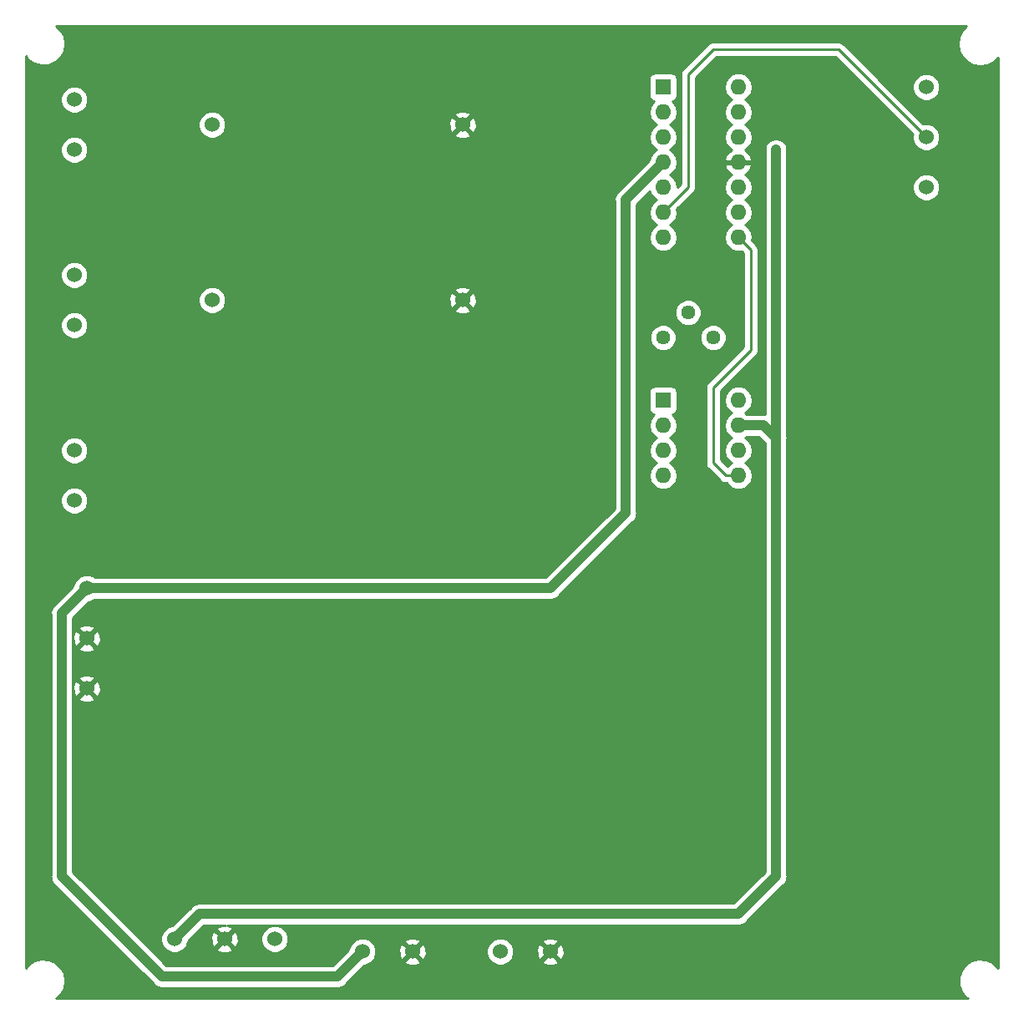
<source format=gbr>
G04 #@! TF.GenerationSoftware,KiCad,Pcbnew,(5.0.0)*
G04 #@! TF.CreationDate,2018-07-28T16:03:29+09:00*
G04 #@! TF.ProjectId,sensor-transducer,73656E736F722D7472616E7364756365,rev?*
G04 #@! TF.SameCoordinates,Original*
G04 #@! TF.FileFunction,Copper,L2,Bot,Signal*
G04 #@! TF.FilePolarity,Positive*
%FSLAX46Y46*%
G04 Gerber Fmt 4.6, Leading zero omitted, Abs format (unit mm)*
G04 Created by KiCad (PCBNEW (5.0.0)) date 07/28/18 16:03:29*
%MOMM*%
%LPD*%
G01*
G04 APERTURE LIST*
G04 #@! TA.AperFunction,ComponentPad*
%ADD10C,1.440000*%
G04 #@! TD*
G04 #@! TA.AperFunction,ComponentPad*
%ADD11C,1.524000*%
G04 #@! TD*
G04 #@! TA.AperFunction,ComponentPad*
%ADD12R,1.600000X1.600000*%
G04 #@! TD*
G04 #@! TA.AperFunction,ComponentPad*
%ADD13O,1.600000X1.600000*%
G04 #@! TD*
G04 #@! TA.AperFunction,ViaPad*
%ADD14C,0.600000*%
G04 #@! TD*
G04 #@! TA.AperFunction,Conductor*
%ADD15C,1.000000*%
G04 #@! TD*
G04 #@! TA.AperFunction,Conductor*
%ADD16C,0.250000*%
G04 #@! TD*
G04 #@! TA.AperFunction,Conductor*
%ADD17C,0.254000*%
G04 #@! TD*
G04 APERTURE END LIST*
D10*
G04 #@! TO.P,R1,1*
G04 #@! TO.N,Net-(R1-Pad1)*
X100330000Y-67310000D03*
G04 #@! TO.P,R1,2*
G04 #@! TO.N,Net-(R1-Pad2)*
X102870000Y-64770000D03*
G04 #@! TO.P,R1,3*
G04 #@! TO.N,N/C*
X105410000Y-67310000D03*
G04 #@! TD*
D11*
G04 #@! TO.P,R2,1*
G04 #@! TO.N,/PS1-*
X54610000Y-45720000D03*
G04 #@! TO.P,R2,2*
G04 #@! TO.N,GND*
X80010000Y-45720000D03*
G04 #@! TD*
G04 #@! TO.P,R3,1*
G04 #@! TO.N,/PS2-*
X54610000Y-63500000D03*
G04 #@! TO.P,R3,2*
G04 #@! TO.N,GND*
X80010000Y-63500000D03*
G04 #@! TD*
G04 #@! TO.P,U1,1*
G04 #@! TO.N,/24V+*
X40640000Y-43180000D03*
G04 #@! TO.P,U1,2*
G04 #@! TO.N,/PS1-*
X40640000Y-48260000D03*
G04 #@! TD*
G04 #@! TO.P,U2,1*
G04 #@! TO.N,/24V+*
X40640000Y-60960000D03*
G04 #@! TO.P,U2,2*
G04 #@! TO.N,/PS2-*
X40640000Y-66040000D03*
G04 #@! TD*
G04 #@! TO.P,U3,1*
G04 #@! TO.N,/LCSig-*
X40640000Y-78740000D03*
G04 #@! TO.P,U3,2*
G04 #@! TO.N,/LCSig+*
X40640000Y-83820000D03*
G04 #@! TD*
G04 #@! TO.P,U4,2*
G04 #@! TO.N,GND*
X41910000Y-97790000D03*
G04 #@! TO.P,U4,1*
G04 #@! TO.N,+12V*
X41910000Y-92710000D03*
G04 #@! TO.P,U4,3*
G04 #@! TO.N,GND*
X41910000Y-102870000D03*
G04 #@! TD*
D12*
G04 #@! TO.P,U5,1*
G04 #@! TO.N,Net-(R1-Pad1)*
X100330000Y-73660000D03*
D13*
G04 #@! TO.P,U5,5*
G04 #@! TO.N,/AD620Ref*
X107950000Y-81280000D03*
G04 #@! TO.P,U5,2*
G04 #@! TO.N,/LCSig-*
X100330000Y-76200000D03*
G04 #@! TO.P,U5,6*
G04 #@! TO.N,/LCout*
X107950000Y-78740000D03*
G04 #@! TO.P,U5,3*
G04 #@! TO.N,/LCSig+*
X100330000Y-78740000D03*
G04 #@! TO.P,U5,7*
G04 #@! TO.N,+5V*
X107950000Y-76200000D03*
G04 #@! TO.P,U5,4*
G04 #@! TO.N,-9VA*
X100330000Y-81280000D03*
G04 #@! TO.P,U5,8*
G04 #@! TO.N,Net-(R1-Pad2)*
X107950000Y-73660000D03*
G04 #@! TD*
D11*
G04 #@! TO.P,U6,1*
G04 #@! TO.N,/24V+*
X83820000Y-129540000D03*
G04 #@! TO.P,U6,2*
G04 #@! TO.N,GND*
X88900000Y-129540000D03*
G04 #@! TD*
G04 #@! TO.P,U7,1*
G04 #@! TO.N,+12V*
X69850000Y-129540000D03*
G04 #@! TO.P,U7,2*
G04 #@! TO.N,GND*
X74930000Y-129540000D03*
G04 #@! TD*
G04 #@! TO.P,U8,2*
G04 #@! TO.N,GND*
X55880000Y-128270000D03*
G04 #@! TO.P,U8,1*
G04 #@! TO.N,+5V*
X50800000Y-128270000D03*
G04 #@! TO.P,U8,3*
G04 #@! TO.N,-9VA*
X60960000Y-128270000D03*
G04 #@! TD*
D12*
G04 #@! TO.P,U9,1*
G04 #@! TO.N,/PS1out*
X100330000Y-41910000D03*
D13*
G04 #@! TO.P,U9,8*
G04 #@! TO.N,/AD620Ref*
X107950000Y-57150000D03*
G04 #@! TO.P,U9,2*
G04 #@! TO.N,/PS1out*
X100330000Y-44450000D03*
G04 #@! TO.P,U9,9*
G04 #@! TO.N,/AD620Ref*
X107950000Y-54610000D03*
G04 #@! TO.P,U9,3*
G04 #@! TO.N,/PS1-*
X100330000Y-46990000D03*
G04 #@! TO.P,U9,10*
G04 #@! TO.N,Net-(R6-Pad2)*
X107950000Y-52070000D03*
G04 #@! TO.P,U9,4*
G04 #@! TO.N,+12V*
X100330000Y-49530000D03*
G04 #@! TO.P,U9,11*
G04 #@! TO.N,GND*
X107950000Y-49530000D03*
G04 #@! TO.P,U9,5*
G04 #@! TO.N,/PS2-*
X100330000Y-52070000D03*
G04 #@! TO.P,U9,12*
G04 #@! TO.N,/floating*
X107950000Y-46990000D03*
G04 #@! TO.P,U9,6*
G04 #@! TO.N,/PS2out*
X100330000Y-54610000D03*
G04 #@! TO.P,U9,13*
G04 #@! TO.N,Net-(U9-Pad13)*
X107950000Y-44450000D03*
G04 #@! TO.P,U9,7*
G04 #@! TO.N,/PS2out*
X100330000Y-57150000D03*
G04 #@! TO.P,U9,14*
G04 #@! TO.N,Net-(U9-Pad13)*
X107950000Y-41910000D03*
G04 #@! TD*
D11*
G04 #@! TO.P,U10,2*
G04 #@! TO.N,/PS2out*
X127000000Y-46990000D03*
G04 #@! TO.P,U10,1*
G04 #@! TO.N,/PS1out*
X127000000Y-52070000D03*
G04 #@! TO.P,U10,3*
G04 #@! TO.N,/LCout*
X127000000Y-41910000D03*
G04 #@! TD*
D14*
G04 #@! TO.N,GND*
X118110000Y-71120000D03*
X114300000Y-62230000D03*
X64770000Y-54610000D03*
X64770000Y-72390000D03*
G04 #@! TO.N,+5V*
X111760000Y-48260000D03*
G04 #@! TD*
D15*
G04 #@! TO.N,+5V*
X111760000Y-77470000D02*
X111760000Y-48260000D01*
X111760000Y-121920000D02*
X111760000Y-77470000D01*
X50800000Y-128270000D02*
X53340000Y-125730000D01*
X107950000Y-125730000D02*
X53340000Y-125730000D01*
X111760000Y-121920000D02*
X107950000Y-125730000D01*
X110490000Y-76200000D02*
X111760000Y-77470000D01*
X110490000Y-76200000D02*
X107950000Y-76200000D01*
G04 #@! TO.N,+12V*
X96520000Y-53340000D02*
X100330000Y-49530000D01*
X96520000Y-85090000D02*
X96520000Y-53340000D01*
X88900000Y-92710000D02*
X96520000Y-85090000D01*
X41910000Y-92710000D02*
X88900000Y-92710000D01*
X69850000Y-129540000D02*
X67310000Y-132080000D01*
X39370000Y-95250000D02*
X41910000Y-92710000D01*
X39370000Y-121920000D02*
X39370000Y-95250000D01*
X49530000Y-132080000D02*
X39370000Y-121920000D01*
X67310000Y-132080000D02*
X49530000Y-132080000D01*
D16*
G04 #@! TO.N,/AD620Ref*
X107950000Y-81280000D02*
X106680000Y-81280000D01*
X109220000Y-58420000D02*
X107950000Y-57150000D01*
X109220000Y-68580000D02*
X109220000Y-58420000D01*
X105410000Y-72390000D02*
X109220000Y-68580000D01*
X105410000Y-80010000D02*
X105410000Y-72390000D01*
X106680000Y-81280000D02*
X105410000Y-80010000D01*
G04 #@! TO.N,/PS2out*
X100330000Y-54610000D02*
X102870000Y-52070000D01*
X118110000Y-38100000D02*
X127000000Y-46990000D01*
X105410000Y-38100000D02*
X118110000Y-38100000D01*
X102870000Y-40640000D02*
X105410000Y-38100000D01*
X102870000Y-52070000D02*
X102870000Y-40640000D01*
G04 #@! TD*
D17*
G04 #@! TO.N,GND*
G36*
X130630249Y-36141547D02*
X130301976Y-36785819D01*
X130188861Y-37500000D01*
X130301976Y-38214181D01*
X130630249Y-38858453D01*
X131141547Y-39369751D01*
X131785819Y-39698024D01*
X132500000Y-39811139D01*
X133214181Y-39698024D01*
X133858453Y-39369751D01*
X134290000Y-38938204D01*
X134290001Y-131194349D01*
X134240360Y-131105709D01*
X133694894Y-130617149D01*
X133020583Y-130331615D01*
X132290138Y-130279897D01*
X131582323Y-130467571D01*
X130973460Y-130874400D01*
X130529203Y-131456517D01*
X130297455Y-132151151D01*
X130303206Y-132883402D01*
X130545836Y-133574311D01*
X130999182Y-134149377D01*
X131216968Y-134290000D01*
X38804212Y-134290000D01*
X39262046Y-133866783D01*
X39609770Y-133222336D01*
X39730000Y-132500000D01*
X39729725Y-132464973D01*
X39598164Y-131744614D01*
X39240360Y-131105709D01*
X38694894Y-130617149D01*
X38020583Y-130331615D01*
X37290138Y-130279897D01*
X36582323Y-130467571D01*
X35973460Y-130874400D01*
X35710000Y-131219616D01*
X35710000Y-95250000D01*
X38212765Y-95250000D01*
X38235001Y-95361788D01*
X38235000Y-121808217D01*
X38212765Y-121920000D01*
X38235000Y-122031782D01*
X38300854Y-122362854D01*
X38551711Y-122738289D01*
X38646482Y-122801613D01*
X48648389Y-132803521D01*
X48711711Y-132898289D01*
X49087145Y-133149146D01*
X49530000Y-133237235D01*
X49641783Y-133215000D01*
X67198217Y-133215000D01*
X67310000Y-133237235D01*
X67421783Y-133215000D01*
X67752855Y-133149146D01*
X68128289Y-132898289D01*
X68191613Y-132803518D01*
X70058132Y-130937000D01*
X70127881Y-130937000D01*
X70641337Y-130724320D01*
X70845444Y-130520213D01*
X74129392Y-130520213D01*
X74198857Y-130762397D01*
X74722302Y-130949144D01*
X75277368Y-130921362D01*
X75661143Y-130762397D01*
X75730608Y-130520213D01*
X74930000Y-129719605D01*
X74129392Y-130520213D01*
X70845444Y-130520213D01*
X71034320Y-130331337D01*
X71247000Y-129817881D01*
X71247000Y-129332302D01*
X73520856Y-129332302D01*
X73548638Y-129887368D01*
X73707603Y-130271143D01*
X73949787Y-130340608D01*
X74750395Y-129540000D01*
X75109605Y-129540000D01*
X75910213Y-130340608D01*
X76152397Y-130271143D01*
X76339144Y-129747698D01*
X76314840Y-129262119D01*
X82423000Y-129262119D01*
X82423000Y-129817881D01*
X82635680Y-130331337D01*
X83028663Y-130724320D01*
X83542119Y-130937000D01*
X84097881Y-130937000D01*
X84611337Y-130724320D01*
X84815444Y-130520213D01*
X88099392Y-130520213D01*
X88168857Y-130762397D01*
X88692302Y-130949144D01*
X89247368Y-130921362D01*
X89631143Y-130762397D01*
X89700608Y-130520213D01*
X88900000Y-129719605D01*
X88099392Y-130520213D01*
X84815444Y-130520213D01*
X85004320Y-130331337D01*
X85217000Y-129817881D01*
X85217000Y-129332302D01*
X87490856Y-129332302D01*
X87518638Y-129887368D01*
X87677603Y-130271143D01*
X87919787Y-130340608D01*
X88720395Y-129540000D01*
X89079605Y-129540000D01*
X89880213Y-130340608D01*
X90122397Y-130271143D01*
X90309144Y-129747698D01*
X90281362Y-129192632D01*
X90122397Y-128808857D01*
X89880213Y-128739392D01*
X89079605Y-129540000D01*
X88720395Y-129540000D01*
X87919787Y-128739392D01*
X87677603Y-128808857D01*
X87490856Y-129332302D01*
X85217000Y-129332302D01*
X85217000Y-129262119D01*
X85004320Y-128748663D01*
X84815444Y-128559787D01*
X88099392Y-128559787D01*
X88900000Y-129360395D01*
X89700608Y-128559787D01*
X89631143Y-128317603D01*
X89107698Y-128130856D01*
X88552632Y-128158638D01*
X88168857Y-128317603D01*
X88099392Y-128559787D01*
X84815444Y-128559787D01*
X84611337Y-128355680D01*
X84097881Y-128143000D01*
X83542119Y-128143000D01*
X83028663Y-128355680D01*
X82635680Y-128748663D01*
X82423000Y-129262119D01*
X76314840Y-129262119D01*
X76311362Y-129192632D01*
X76152397Y-128808857D01*
X75910213Y-128739392D01*
X75109605Y-129540000D01*
X74750395Y-129540000D01*
X73949787Y-128739392D01*
X73707603Y-128808857D01*
X73520856Y-129332302D01*
X71247000Y-129332302D01*
X71247000Y-129262119D01*
X71034320Y-128748663D01*
X70845444Y-128559787D01*
X74129392Y-128559787D01*
X74930000Y-129360395D01*
X75730608Y-128559787D01*
X75661143Y-128317603D01*
X75137698Y-128130856D01*
X74582632Y-128158638D01*
X74198857Y-128317603D01*
X74129392Y-128559787D01*
X70845444Y-128559787D01*
X70641337Y-128355680D01*
X70127881Y-128143000D01*
X69572119Y-128143000D01*
X69058663Y-128355680D01*
X68665680Y-128748663D01*
X68453000Y-129262119D01*
X68453000Y-129331868D01*
X66839869Y-130945000D01*
X50000132Y-130945000D01*
X47047251Y-127992119D01*
X49403000Y-127992119D01*
X49403000Y-128547881D01*
X49615680Y-129061337D01*
X50008663Y-129454320D01*
X50522119Y-129667000D01*
X51077881Y-129667000D01*
X51591337Y-129454320D01*
X51795444Y-129250213D01*
X55079392Y-129250213D01*
X55148857Y-129492397D01*
X55672302Y-129679144D01*
X56227368Y-129651362D01*
X56611143Y-129492397D01*
X56680608Y-129250213D01*
X55880000Y-128449605D01*
X55079392Y-129250213D01*
X51795444Y-129250213D01*
X51984320Y-129061337D01*
X52197000Y-128547881D01*
X52197000Y-128478131D01*
X52612829Y-128062302D01*
X54470856Y-128062302D01*
X54498638Y-128617368D01*
X54657603Y-129001143D01*
X54899787Y-129070608D01*
X55700395Y-128270000D01*
X56059605Y-128270000D01*
X56860213Y-129070608D01*
X57102397Y-129001143D01*
X57289144Y-128477698D01*
X57264840Y-127992119D01*
X59563000Y-127992119D01*
X59563000Y-128547881D01*
X59775680Y-129061337D01*
X60168663Y-129454320D01*
X60682119Y-129667000D01*
X61237881Y-129667000D01*
X61751337Y-129454320D01*
X62144320Y-129061337D01*
X62357000Y-128547881D01*
X62357000Y-127992119D01*
X62144320Y-127478663D01*
X61751337Y-127085680D01*
X61237881Y-126873000D01*
X60682119Y-126873000D01*
X60168663Y-127085680D01*
X59775680Y-127478663D01*
X59563000Y-127992119D01*
X57264840Y-127992119D01*
X57261362Y-127922632D01*
X57102397Y-127538857D01*
X56860213Y-127469392D01*
X56059605Y-128270000D01*
X55700395Y-128270000D01*
X54899787Y-127469392D01*
X54657603Y-127538857D01*
X54470856Y-128062302D01*
X52612829Y-128062302D01*
X53810132Y-126865000D01*
X56004904Y-126865000D01*
X55532632Y-126888638D01*
X55148857Y-127047603D01*
X55079392Y-127289787D01*
X55880000Y-128090395D01*
X56680608Y-127289787D01*
X56611143Y-127047603D01*
X56099313Y-126865000D01*
X107838217Y-126865000D01*
X107950000Y-126887235D01*
X108061783Y-126865000D01*
X108392855Y-126799146D01*
X108768289Y-126548289D01*
X108831613Y-126453518D01*
X112483522Y-122801610D01*
X112578289Y-122738289D01*
X112829146Y-122362855D01*
X112895000Y-122031783D01*
X112895000Y-122031782D01*
X112917235Y-121920000D01*
X112895000Y-121808217D01*
X112895000Y-77581782D01*
X112917235Y-77469999D01*
X112895000Y-77358216D01*
X112895000Y-51792119D01*
X125603000Y-51792119D01*
X125603000Y-52347881D01*
X125815680Y-52861337D01*
X126208663Y-53254320D01*
X126722119Y-53467000D01*
X127277881Y-53467000D01*
X127791337Y-53254320D01*
X128184320Y-52861337D01*
X128397000Y-52347881D01*
X128397000Y-51792119D01*
X128184320Y-51278663D01*
X127791337Y-50885680D01*
X127277881Y-50673000D01*
X126722119Y-50673000D01*
X126208663Y-50885680D01*
X125815680Y-51278663D01*
X125603000Y-51792119D01*
X112895000Y-51792119D01*
X112895000Y-48148217D01*
X112829146Y-47817145D01*
X112578289Y-47441711D01*
X112202855Y-47190854D01*
X111760000Y-47102765D01*
X111317146Y-47190854D01*
X110941712Y-47441711D01*
X110690855Y-47817145D01*
X110625001Y-48148217D01*
X110625000Y-75069618D01*
X110601783Y-75065000D01*
X110490000Y-75042765D01*
X110378217Y-75065000D01*
X108834283Y-75065000D01*
X108632242Y-74930000D01*
X108984577Y-74694577D01*
X109301740Y-74219909D01*
X109413113Y-73660000D01*
X109301740Y-73100091D01*
X108984577Y-72625423D01*
X108509909Y-72308260D01*
X108091333Y-72225000D01*
X107808667Y-72225000D01*
X107390091Y-72308260D01*
X106915423Y-72625423D01*
X106598260Y-73100091D01*
X106486887Y-73660000D01*
X106598260Y-74219909D01*
X106915423Y-74694577D01*
X107267758Y-74930000D01*
X106915423Y-75165423D01*
X106598260Y-75640091D01*
X106486887Y-76200000D01*
X106598260Y-76759909D01*
X106915423Y-77234577D01*
X107267758Y-77470000D01*
X106915423Y-77705423D01*
X106598260Y-78180091D01*
X106486887Y-78740000D01*
X106598260Y-79299909D01*
X106915423Y-79774577D01*
X107267758Y-80010000D01*
X106915423Y-80245423D01*
X106837238Y-80362436D01*
X106170000Y-79695199D01*
X106170000Y-72704801D01*
X109704473Y-69170329D01*
X109767929Y-69127929D01*
X109810924Y-69063582D01*
X109935904Y-68876538D01*
X109977981Y-68665000D01*
X109980000Y-68654852D01*
X109980000Y-68654848D01*
X109994888Y-68580000D01*
X109980000Y-68505152D01*
X109980000Y-58494846D01*
X109994888Y-58419999D01*
X109980000Y-58345152D01*
X109980000Y-58345148D01*
X109935904Y-58123463D01*
X109767929Y-57872071D01*
X109704473Y-57829671D01*
X109348688Y-57473886D01*
X109413113Y-57150000D01*
X109301740Y-56590091D01*
X108984577Y-56115423D01*
X108632242Y-55880000D01*
X108984577Y-55644577D01*
X109301740Y-55169909D01*
X109413113Y-54610000D01*
X109301740Y-54050091D01*
X108984577Y-53575423D01*
X108632242Y-53340000D01*
X108984577Y-53104577D01*
X109301740Y-52629909D01*
X109413113Y-52070000D01*
X109301740Y-51510091D01*
X108984577Y-51035423D01*
X108600892Y-50779053D01*
X108805134Y-50682389D01*
X109181041Y-50267423D01*
X109341904Y-49879039D01*
X109219915Y-49657000D01*
X108077000Y-49657000D01*
X108077000Y-49677000D01*
X107823000Y-49677000D01*
X107823000Y-49657000D01*
X106680085Y-49657000D01*
X106558096Y-49879039D01*
X106718959Y-50267423D01*
X107094866Y-50682389D01*
X107299108Y-50779053D01*
X106915423Y-51035423D01*
X106598260Y-51510091D01*
X106486887Y-52070000D01*
X106598260Y-52629909D01*
X106915423Y-53104577D01*
X107267758Y-53340000D01*
X106915423Y-53575423D01*
X106598260Y-54050091D01*
X106486887Y-54610000D01*
X106598260Y-55169909D01*
X106915423Y-55644577D01*
X107267758Y-55880000D01*
X106915423Y-56115423D01*
X106598260Y-56590091D01*
X106486887Y-57150000D01*
X106598260Y-57709909D01*
X106915423Y-58184577D01*
X107390091Y-58501740D01*
X107808667Y-58585000D01*
X108091333Y-58585000D01*
X108273886Y-58548688D01*
X108460001Y-58734803D01*
X108460000Y-68265198D01*
X104925528Y-71799671D01*
X104862072Y-71842071D01*
X104819672Y-71905527D01*
X104819671Y-71905528D01*
X104694097Y-72093463D01*
X104635112Y-72390000D01*
X104650001Y-72464852D01*
X104650000Y-79935153D01*
X104635112Y-80010000D01*
X104650000Y-80084847D01*
X104650000Y-80084851D01*
X104694096Y-80306536D01*
X104862071Y-80557929D01*
X104925530Y-80600331D01*
X106089671Y-81764473D01*
X106132071Y-81827929D01*
X106383463Y-81995904D01*
X106605148Y-82040000D01*
X106605152Y-82040000D01*
X106679999Y-82054888D01*
X106734642Y-82044019D01*
X106915423Y-82314577D01*
X107390091Y-82631740D01*
X107808667Y-82715000D01*
X108091333Y-82715000D01*
X108509909Y-82631740D01*
X108984577Y-82314577D01*
X109301740Y-81839909D01*
X109413113Y-81280000D01*
X109301740Y-80720091D01*
X108984577Y-80245423D01*
X108632242Y-80010000D01*
X108984577Y-79774577D01*
X109301740Y-79299909D01*
X109413113Y-78740000D01*
X109301740Y-78180091D01*
X108984577Y-77705423D01*
X108632242Y-77470000D01*
X108834283Y-77335000D01*
X110019869Y-77335000D01*
X110625001Y-77940133D01*
X110625000Y-121449868D01*
X107479869Y-124595000D01*
X53451781Y-124595000D01*
X53339999Y-124572765D01*
X53228217Y-124595000D01*
X52897145Y-124660854D01*
X52521711Y-124911711D01*
X52458389Y-125006479D01*
X50591869Y-126873000D01*
X50522119Y-126873000D01*
X50008663Y-127085680D01*
X49615680Y-127478663D01*
X49403000Y-127992119D01*
X47047251Y-127992119D01*
X40505000Y-121449869D01*
X40505000Y-103850213D01*
X41109392Y-103850213D01*
X41178857Y-104092397D01*
X41702302Y-104279144D01*
X42257368Y-104251362D01*
X42641143Y-104092397D01*
X42710608Y-103850213D01*
X41910000Y-103049605D01*
X41109392Y-103850213D01*
X40505000Y-103850213D01*
X40505000Y-102745096D01*
X40528638Y-103217368D01*
X40687603Y-103601143D01*
X40929787Y-103670608D01*
X41730395Y-102870000D01*
X42089605Y-102870000D01*
X42890213Y-103670608D01*
X43132397Y-103601143D01*
X43319144Y-103077698D01*
X43291362Y-102522632D01*
X43132397Y-102138857D01*
X42890213Y-102069392D01*
X42089605Y-102870000D01*
X41730395Y-102870000D01*
X40929787Y-102069392D01*
X40687603Y-102138857D01*
X40505000Y-102650687D01*
X40505000Y-101889787D01*
X41109392Y-101889787D01*
X41910000Y-102690395D01*
X42710608Y-101889787D01*
X42641143Y-101647603D01*
X42117698Y-101460856D01*
X41562632Y-101488638D01*
X41178857Y-101647603D01*
X41109392Y-101889787D01*
X40505000Y-101889787D01*
X40505000Y-98770213D01*
X41109392Y-98770213D01*
X41178857Y-99012397D01*
X41702302Y-99199144D01*
X42257368Y-99171362D01*
X42641143Y-99012397D01*
X42710608Y-98770213D01*
X41910000Y-97969605D01*
X41109392Y-98770213D01*
X40505000Y-98770213D01*
X40505000Y-97665096D01*
X40528638Y-98137368D01*
X40687603Y-98521143D01*
X40929787Y-98590608D01*
X41730395Y-97790000D01*
X42089605Y-97790000D01*
X42890213Y-98590608D01*
X43132397Y-98521143D01*
X43319144Y-97997698D01*
X43291362Y-97442632D01*
X43132397Y-97058857D01*
X42890213Y-96989392D01*
X42089605Y-97790000D01*
X41730395Y-97790000D01*
X40929787Y-96989392D01*
X40687603Y-97058857D01*
X40505000Y-97570687D01*
X40505000Y-96809787D01*
X41109392Y-96809787D01*
X41910000Y-97610395D01*
X42710608Y-96809787D01*
X42641143Y-96567603D01*
X42117698Y-96380856D01*
X41562632Y-96408638D01*
X41178857Y-96567603D01*
X41109392Y-96809787D01*
X40505000Y-96809787D01*
X40505000Y-95720131D01*
X42118132Y-94107000D01*
X42187881Y-94107000D01*
X42701337Y-93894320D01*
X42750657Y-93845000D01*
X88788217Y-93845000D01*
X88900000Y-93867235D01*
X89011783Y-93845000D01*
X89342855Y-93779146D01*
X89718289Y-93528289D01*
X89781613Y-93433518D01*
X97243522Y-85971610D01*
X97338289Y-85908289D01*
X97589146Y-85532855D01*
X97655000Y-85201783D01*
X97655000Y-85201782D01*
X97677235Y-85090001D01*
X97655000Y-84978219D01*
X97655000Y-76200000D01*
X98866887Y-76200000D01*
X98978260Y-76759909D01*
X99295423Y-77234577D01*
X99647758Y-77470000D01*
X99295423Y-77705423D01*
X98978260Y-78180091D01*
X98866887Y-78740000D01*
X98978260Y-79299909D01*
X99295423Y-79774577D01*
X99647758Y-80010000D01*
X99295423Y-80245423D01*
X98978260Y-80720091D01*
X98866887Y-81280000D01*
X98978260Y-81839909D01*
X99295423Y-82314577D01*
X99770091Y-82631740D01*
X100188667Y-82715000D01*
X100471333Y-82715000D01*
X100889909Y-82631740D01*
X101364577Y-82314577D01*
X101681740Y-81839909D01*
X101793113Y-81280000D01*
X101681740Y-80720091D01*
X101364577Y-80245423D01*
X101012242Y-80010000D01*
X101364577Y-79774577D01*
X101681740Y-79299909D01*
X101793113Y-78740000D01*
X101681740Y-78180091D01*
X101364577Y-77705423D01*
X101012242Y-77470000D01*
X101364577Y-77234577D01*
X101681740Y-76759909D01*
X101793113Y-76200000D01*
X101681740Y-75640091D01*
X101364577Y-75165423D01*
X101243894Y-75084785D01*
X101377765Y-75058157D01*
X101587809Y-74917809D01*
X101728157Y-74707765D01*
X101777440Y-74460000D01*
X101777440Y-72860000D01*
X101728157Y-72612235D01*
X101587809Y-72402191D01*
X101377765Y-72261843D01*
X101130000Y-72212560D01*
X99530000Y-72212560D01*
X99282235Y-72261843D01*
X99072191Y-72402191D01*
X98931843Y-72612235D01*
X98882560Y-72860000D01*
X98882560Y-74460000D01*
X98931843Y-74707765D01*
X99072191Y-74917809D01*
X99282235Y-75058157D01*
X99416106Y-75084785D01*
X99295423Y-75165423D01*
X98978260Y-75640091D01*
X98866887Y-76200000D01*
X97655000Y-76200000D01*
X97655000Y-67040474D01*
X98975000Y-67040474D01*
X98975000Y-67579526D01*
X99181286Y-68077546D01*
X99562454Y-68458714D01*
X100060474Y-68665000D01*
X100599526Y-68665000D01*
X101097546Y-68458714D01*
X101478714Y-68077546D01*
X101685000Y-67579526D01*
X101685000Y-67040474D01*
X104055000Y-67040474D01*
X104055000Y-67579526D01*
X104261286Y-68077546D01*
X104642454Y-68458714D01*
X105140474Y-68665000D01*
X105679526Y-68665000D01*
X106177546Y-68458714D01*
X106558714Y-68077546D01*
X106765000Y-67579526D01*
X106765000Y-67040474D01*
X106558714Y-66542454D01*
X106177546Y-66161286D01*
X105679526Y-65955000D01*
X105140474Y-65955000D01*
X104642454Y-66161286D01*
X104261286Y-66542454D01*
X104055000Y-67040474D01*
X101685000Y-67040474D01*
X101478714Y-66542454D01*
X101097546Y-66161286D01*
X100599526Y-65955000D01*
X100060474Y-65955000D01*
X99562454Y-66161286D01*
X99181286Y-66542454D01*
X98975000Y-67040474D01*
X97655000Y-67040474D01*
X97655000Y-64500474D01*
X101515000Y-64500474D01*
X101515000Y-65039526D01*
X101721286Y-65537546D01*
X102102454Y-65918714D01*
X102600474Y-66125000D01*
X103139526Y-66125000D01*
X103637546Y-65918714D01*
X104018714Y-65537546D01*
X104225000Y-65039526D01*
X104225000Y-64500474D01*
X104018714Y-64002454D01*
X103637546Y-63621286D01*
X103139526Y-63415000D01*
X102600474Y-63415000D01*
X102102454Y-63621286D01*
X101721286Y-64002454D01*
X101515000Y-64500474D01*
X97655000Y-64500474D01*
X97655000Y-53810131D01*
X98954529Y-52510603D01*
X98978260Y-52629909D01*
X99295423Y-53104577D01*
X99647758Y-53340000D01*
X99295423Y-53575423D01*
X98978260Y-54050091D01*
X98866887Y-54610000D01*
X98978260Y-55169909D01*
X99295423Y-55644577D01*
X99647758Y-55880000D01*
X99295423Y-56115423D01*
X98978260Y-56590091D01*
X98866887Y-57150000D01*
X98978260Y-57709909D01*
X99295423Y-58184577D01*
X99770091Y-58501740D01*
X100188667Y-58585000D01*
X100471333Y-58585000D01*
X100889909Y-58501740D01*
X101364577Y-58184577D01*
X101681740Y-57709909D01*
X101793113Y-57150000D01*
X101681740Y-56590091D01*
X101364577Y-56115423D01*
X101012242Y-55880000D01*
X101364577Y-55644577D01*
X101681740Y-55169909D01*
X101793113Y-54610000D01*
X101728688Y-54286114D01*
X103354476Y-52660327D01*
X103417929Y-52617929D01*
X103460327Y-52554476D01*
X103460329Y-52554474D01*
X103585903Y-52366538D01*
X103585904Y-52366537D01*
X103630000Y-52144852D01*
X103630000Y-52144848D01*
X103644888Y-52070001D01*
X103630000Y-51995154D01*
X103630000Y-41910000D01*
X106486887Y-41910000D01*
X106598260Y-42469909D01*
X106915423Y-42944577D01*
X107267758Y-43180000D01*
X106915423Y-43415423D01*
X106598260Y-43890091D01*
X106486887Y-44450000D01*
X106598260Y-45009909D01*
X106915423Y-45484577D01*
X107267758Y-45720000D01*
X106915423Y-45955423D01*
X106598260Y-46430091D01*
X106486887Y-46990000D01*
X106598260Y-47549909D01*
X106915423Y-48024577D01*
X107299108Y-48280947D01*
X107094866Y-48377611D01*
X106718959Y-48792577D01*
X106558096Y-49180961D01*
X106680085Y-49403000D01*
X107823000Y-49403000D01*
X107823000Y-49383000D01*
X108077000Y-49383000D01*
X108077000Y-49403000D01*
X109219915Y-49403000D01*
X109341904Y-49180961D01*
X109181041Y-48792577D01*
X108805134Y-48377611D01*
X108600892Y-48280947D01*
X108984577Y-48024577D01*
X109301740Y-47549909D01*
X109413113Y-46990000D01*
X109301740Y-46430091D01*
X108984577Y-45955423D01*
X108632242Y-45720000D01*
X108984577Y-45484577D01*
X109301740Y-45009909D01*
X109413113Y-44450000D01*
X109301740Y-43890091D01*
X108984577Y-43415423D01*
X108632242Y-43180000D01*
X108984577Y-42944577D01*
X109301740Y-42469909D01*
X109413113Y-41910000D01*
X109301740Y-41350091D01*
X108984577Y-40875423D01*
X108509909Y-40558260D01*
X108091333Y-40475000D01*
X107808667Y-40475000D01*
X107390091Y-40558260D01*
X106915423Y-40875423D01*
X106598260Y-41350091D01*
X106486887Y-41910000D01*
X103630000Y-41910000D01*
X103630000Y-40954801D01*
X105724803Y-38860000D01*
X117795199Y-38860000D01*
X125615980Y-46680782D01*
X125603000Y-46712119D01*
X125603000Y-47267881D01*
X125815680Y-47781337D01*
X126208663Y-48174320D01*
X126722119Y-48387000D01*
X127277881Y-48387000D01*
X127791337Y-48174320D01*
X128184320Y-47781337D01*
X128397000Y-47267881D01*
X128397000Y-46712119D01*
X128184320Y-46198663D01*
X127791337Y-45805680D01*
X127277881Y-45593000D01*
X126722119Y-45593000D01*
X126690782Y-45605980D01*
X122716921Y-41632119D01*
X125603000Y-41632119D01*
X125603000Y-42187881D01*
X125815680Y-42701337D01*
X126208663Y-43094320D01*
X126722119Y-43307000D01*
X127277881Y-43307000D01*
X127791337Y-43094320D01*
X128184320Y-42701337D01*
X128397000Y-42187881D01*
X128397000Y-41632119D01*
X128184320Y-41118663D01*
X127791337Y-40725680D01*
X127277881Y-40513000D01*
X126722119Y-40513000D01*
X126208663Y-40725680D01*
X125815680Y-41118663D01*
X125603000Y-41632119D01*
X122716921Y-41632119D01*
X118700331Y-37615530D01*
X118657929Y-37552071D01*
X118406537Y-37384096D01*
X118184852Y-37340000D01*
X118184847Y-37340000D01*
X118110000Y-37325112D01*
X118035153Y-37340000D01*
X105484846Y-37340000D01*
X105409999Y-37325112D01*
X105335152Y-37340000D01*
X105335148Y-37340000D01*
X105113463Y-37384096D01*
X105113461Y-37384097D01*
X105113462Y-37384097D01*
X104925526Y-37509671D01*
X104925524Y-37509673D01*
X104862071Y-37552071D01*
X104819673Y-37615524D01*
X102385528Y-40049671D01*
X102322072Y-40092071D01*
X102279672Y-40155527D01*
X102279671Y-40155528D01*
X102154097Y-40343463D01*
X102095112Y-40640000D01*
X102110001Y-40714852D01*
X102110000Y-51755197D01*
X101792595Y-52072602D01*
X101793113Y-52070000D01*
X101681740Y-51510091D01*
X101364577Y-51035423D01*
X101012242Y-50800000D01*
X101364577Y-50564577D01*
X101681740Y-50089909D01*
X101793113Y-49530000D01*
X101681740Y-48970091D01*
X101364577Y-48495423D01*
X101012242Y-48260000D01*
X101364577Y-48024577D01*
X101681740Y-47549909D01*
X101793113Y-46990000D01*
X101681740Y-46430091D01*
X101364577Y-45955423D01*
X101012242Y-45720000D01*
X101364577Y-45484577D01*
X101681740Y-45009909D01*
X101793113Y-44450000D01*
X101681740Y-43890091D01*
X101364577Y-43415423D01*
X101243894Y-43334785D01*
X101377765Y-43308157D01*
X101587809Y-43167809D01*
X101728157Y-42957765D01*
X101777440Y-42710000D01*
X101777440Y-41110000D01*
X101728157Y-40862235D01*
X101587809Y-40652191D01*
X101377765Y-40511843D01*
X101130000Y-40462560D01*
X99530000Y-40462560D01*
X99282235Y-40511843D01*
X99072191Y-40652191D01*
X98931843Y-40862235D01*
X98882560Y-41110000D01*
X98882560Y-42710000D01*
X98931843Y-42957765D01*
X99072191Y-43167809D01*
X99282235Y-43308157D01*
X99416106Y-43334785D01*
X99295423Y-43415423D01*
X98978260Y-43890091D01*
X98866887Y-44450000D01*
X98978260Y-45009909D01*
X99295423Y-45484577D01*
X99647758Y-45720000D01*
X99295423Y-45955423D01*
X98978260Y-46430091D01*
X98866887Y-46990000D01*
X98978260Y-47549909D01*
X99295423Y-48024577D01*
X99647758Y-48260000D01*
X99295423Y-48495423D01*
X98978260Y-48970091D01*
X98902151Y-49352717D01*
X95796480Y-52458389D01*
X95701712Y-52521711D01*
X95525184Y-52785904D01*
X95450854Y-52897146D01*
X95362765Y-53340000D01*
X95385001Y-53451788D01*
X95385000Y-84619868D01*
X88429869Y-91575000D01*
X42750657Y-91575000D01*
X42701337Y-91525680D01*
X42187881Y-91313000D01*
X41632119Y-91313000D01*
X41118663Y-91525680D01*
X40725680Y-91918663D01*
X40513000Y-92432119D01*
X40513000Y-92501868D01*
X38646480Y-94368389D01*
X38551712Y-94431711D01*
X38366085Y-94709522D01*
X38300854Y-94807146D01*
X38212765Y-95250000D01*
X35710000Y-95250000D01*
X35710000Y-83542119D01*
X39243000Y-83542119D01*
X39243000Y-84097881D01*
X39455680Y-84611337D01*
X39848663Y-85004320D01*
X40362119Y-85217000D01*
X40917881Y-85217000D01*
X41431337Y-85004320D01*
X41824320Y-84611337D01*
X42037000Y-84097881D01*
X42037000Y-83542119D01*
X41824320Y-83028663D01*
X41431337Y-82635680D01*
X40917881Y-82423000D01*
X40362119Y-82423000D01*
X39848663Y-82635680D01*
X39455680Y-83028663D01*
X39243000Y-83542119D01*
X35710000Y-83542119D01*
X35710000Y-78462119D01*
X39243000Y-78462119D01*
X39243000Y-79017881D01*
X39455680Y-79531337D01*
X39848663Y-79924320D01*
X40362119Y-80137000D01*
X40917881Y-80137000D01*
X41431337Y-79924320D01*
X41824320Y-79531337D01*
X42037000Y-79017881D01*
X42037000Y-78462119D01*
X41824320Y-77948663D01*
X41431337Y-77555680D01*
X40917881Y-77343000D01*
X40362119Y-77343000D01*
X39848663Y-77555680D01*
X39455680Y-77948663D01*
X39243000Y-78462119D01*
X35710000Y-78462119D01*
X35710000Y-65762119D01*
X39243000Y-65762119D01*
X39243000Y-66317881D01*
X39455680Y-66831337D01*
X39848663Y-67224320D01*
X40362119Y-67437000D01*
X40917881Y-67437000D01*
X41431337Y-67224320D01*
X41824320Y-66831337D01*
X42037000Y-66317881D01*
X42037000Y-65762119D01*
X41824320Y-65248663D01*
X41431337Y-64855680D01*
X40917881Y-64643000D01*
X40362119Y-64643000D01*
X39848663Y-64855680D01*
X39455680Y-65248663D01*
X39243000Y-65762119D01*
X35710000Y-65762119D01*
X35710000Y-63222119D01*
X53213000Y-63222119D01*
X53213000Y-63777881D01*
X53425680Y-64291337D01*
X53818663Y-64684320D01*
X54332119Y-64897000D01*
X54887881Y-64897000D01*
X55401337Y-64684320D01*
X55605444Y-64480213D01*
X79209392Y-64480213D01*
X79278857Y-64722397D01*
X79802302Y-64909144D01*
X80357368Y-64881362D01*
X80741143Y-64722397D01*
X80810608Y-64480213D01*
X80010000Y-63679605D01*
X79209392Y-64480213D01*
X55605444Y-64480213D01*
X55794320Y-64291337D01*
X56007000Y-63777881D01*
X56007000Y-63292302D01*
X78600856Y-63292302D01*
X78628638Y-63847368D01*
X78787603Y-64231143D01*
X79029787Y-64300608D01*
X79830395Y-63500000D01*
X80189605Y-63500000D01*
X80990213Y-64300608D01*
X81232397Y-64231143D01*
X81419144Y-63707698D01*
X81391362Y-63152632D01*
X81232397Y-62768857D01*
X80990213Y-62699392D01*
X80189605Y-63500000D01*
X79830395Y-63500000D01*
X79029787Y-62699392D01*
X78787603Y-62768857D01*
X78600856Y-63292302D01*
X56007000Y-63292302D01*
X56007000Y-63222119D01*
X55794320Y-62708663D01*
X55605444Y-62519787D01*
X79209392Y-62519787D01*
X80010000Y-63320395D01*
X80810608Y-62519787D01*
X80741143Y-62277603D01*
X80217698Y-62090856D01*
X79662632Y-62118638D01*
X79278857Y-62277603D01*
X79209392Y-62519787D01*
X55605444Y-62519787D01*
X55401337Y-62315680D01*
X54887881Y-62103000D01*
X54332119Y-62103000D01*
X53818663Y-62315680D01*
X53425680Y-62708663D01*
X53213000Y-63222119D01*
X35710000Y-63222119D01*
X35710000Y-60682119D01*
X39243000Y-60682119D01*
X39243000Y-61237881D01*
X39455680Y-61751337D01*
X39848663Y-62144320D01*
X40362119Y-62357000D01*
X40917881Y-62357000D01*
X41431337Y-62144320D01*
X41824320Y-61751337D01*
X42037000Y-61237881D01*
X42037000Y-60682119D01*
X41824320Y-60168663D01*
X41431337Y-59775680D01*
X40917881Y-59563000D01*
X40362119Y-59563000D01*
X39848663Y-59775680D01*
X39455680Y-60168663D01*
X39243000Y-60682119D01*
X35710000Y-60682119D01*
X35710000Y-47982119D01*
X39243000Y-47982119D01*
X39243000Y-48537881D01*
X39455680Y-49051337D01*
X39848663Y-49444320D01*
X40362119Y-49657000D01*
X40917881Y-49657000D01*
X41431337Y-49444320D01*
X41824320Y-49051337D01*
X42037000Y-48537881D01*
X42037000Y-47982119D01*
X41824320Y-47468663D01*
X41431337Y-47075680D01*
X40917881Y-46863000D01*
X40362119Y-46863000D01*
X39848663Y-47075680D01*
X39455680Y-47468663D01*
X39243000Y-47982119D01*
X35710000Y-47982119D01*
X35710000Y-45442119D01*
X53213000Y-45442119D01*
X53213000Y-45997881D01*
X53425680Y-46511337D01*
X53818663Y-46904320D01*
X54332119Y-47117000D01*
X54887881Y-47117000D01*
X55401337Y-46904320D01*
X55605444Y-46700213D01*
X79209392Y-46700213D01*
X79278857Y-46942397D01*
X79802302Y-47129144D01*
X80357368Y-47101362D01*
X80741143Y-46942397D01*
X80810608Y-46700213D01*
X80010000Y-45899605D01*
X79209392Y-46700213D01*
X55605444Y-46700213D01*
X55794320Y-46511337D01*
X56007000Y-45997881D01*
X56007000Y-45512302D01*
X78600856Y-45512302D01*
X78628638Y-46067368D01*
X78787603Y-46451143D01*
X79029787Y-46520608D01*
X79830395Y-45720000D01*
X80189605Y-45720000D01*
X80990213Y-46520608D01*
X81232397Y-46451143D01*
X81419144Y-45927698D01*
X81391362Y-45372632D01*
X81232397Y-44988857D01*
X80990213Y-44919392D01*
X80189605Y-45720000D01*
X79830395Y-45720000D01*
X79029787Y-44919392D01*
X78787603Y-44988857D01*
X78600856Y-45512302D01*
X56007000Y-45512302D01*
X56007000Y-45442119D01*
X55794320Y-44928663D01*
X55605444Y-44739787D01*
X79209392Y-44739787D01*
X80010000Y-45540395D01*
X80810608Y-44739787D01*
X80741143Y-44497603D01*
X80217698Y-44310856D01*
X79662632Y-44338638D01*
X79278857Y-44497603D01*
X79209392Y-44739787D01*
X55605444Y-44739787D01*
X55401337Y-44535680D01*
X54887881Y-44323000D01*
X54332119Y-44323000D01*
X53818663Y-44535680D01*
X53425680Y-44928663D01*
X53213000Y-45442119D01*
X35710000Y-45442119D01*
X35710000Y-42902119D01*
X39243000Y-42902119D01*
X39243000Y-43457881D01*
X39455680Y-43971337D01*
X39848663Y-44364320D01*
X40362119Y-44577000D01*
X40917881Y-44577000D01*
X41431337Y-44364320D01*
X41824320Y-43971337D01*
X42037000Y-43457881D01*
X42037000Y-42902119D01*
X41824320Y-42388663D01*
X41431337Y-41995680D01*
X40917881Y-41783000D01*
X40362119Y-41783000D01*
X39848663Y-41995680D01*
X39455680Y-42388663D01*
X39243000Y-42902119D01*
X35710000Y-42902119D01*
X35710000Y-38782552D01*
X35999182Y-39149377D01*
X36614360Y-39546593D01*
X37325036Y-39723126D01*
X38054578Y-39659940D01*
X38724321Y-39363850D01*
X39262046Y-38866783D01*
X39609770Y-38222336D01*
X39730000Y-37500000D01*
X39729725Y-37464973D01*
X39598164Y-36744614D01*
X39240360Y-36105709D01*
X38798560Y-35710000D01*
X131061796Y-35710000D01*
X130630249Y-36141547D01*
X130630249Y-36141547D01*
G37*
X130630249Y-36141547D02*
X130301976Y-36785819D01*
X130188861Y-37500000D01*
X130301976Y-38214181D01*
X130630249Y-38858453D01*
X131141547Y-39369751D01*
X131785819Y-39698024D01*
X132500000Y-39811139D01*
X133214181Y-39698024D01*
X133858453Y-39369751D01*
X134290000Y-38938204D01*
X134290001Y-131194349D01*
X134240360Y-131105709D01*
X133694894Y-130617149D01*
X133020583Y-130331615D01*
X132290138Y-130279897D01*
X131582323Y-130467571D01*
X130973460Y-130874400D01*
X130529203Y-131456517D01*
X130297455Y-132151151D01*
X130303206Y-132883402D01*
X130545836Y-133574311D01*
X130999182Y-134149377D01*
X131216968Y-134290000D01*
X38804212Y-134290000D01*
X39262046Y-133866783D01*
X39609770Y-133222336D01*
X39730000Y-132500000D01*
X39729725Y-132464973D01*
X39598164Y-131744614D01*
X39240360Y-131105709D01*
X38694894Y-130617149D01*
X38020583Y-130331615D01*
X37290138Y-130279897D01*
X36582323Y-130467571D01*
X35973460Y-130874400D01*
X35710000Y-131219616D01*
X35710000Y-95250000D01*
X38212765Y-95250000D01*
X38235001Y-95361788D01*
X38235000Y-121808217D01*
X38212765Y-121920000D01*
X38235000Y-122031782D01*
X38300854Y-122362854D01*
X38551711Y-122738289D01*
X38646482Y-122801613D01*
X48648389Y-132803521D01*
X48711711Y-132898289D01*
X49087145Y-133149146D01*
X49530000Y-133237235D01*
X49641783Y-133215000D01*
X67198217Y-133215000D01*
X67310000Y-133237235D01*
X67421783Y-133215000D01*
X67752855Y-133149146D01*
X68128289Y-132898289D01*
X68191613Y-132803518D01*
X70058132Y-130937000D01*
X70127881Y-130937000D01*
X70641337Y-130724320D01*
X70845444Y-130520213D01*
X74129392Y-130520213D01*
X74198857Y-130762397D01*
X74722302Y-130949144D01*
X75277368Y-130921362D01*
X75661143Y-130762397D01*
X75730608Y-130520213D01*
X74930000Y-129719605D01*
X74129392Y-130520213D01*
X70845444Y-130520213D01*
X71034320Y-130331337D01*
X71247000Y-129817881D01*
X71247000Y-129332302D01*
X73520856Y-129332302D01*
X73548638Y-129887368D01*
X73707603Y-130271143D01*
X73949787Y-130340608D01*
X74750395Y-129540000D01*
X75109605Y-129540000D01*
X75910213Y-130340608D01*
X76152397Y-130271143D01*
X76339144Y-129747698D01*
X76314840Y-129262119D01*
X82423000Y-129262119D01*
X82423000Y-129817881D01*
X82635680Y-130331337D01*
X83028663Y-130724320D01*
X83542119Y-130937000D01*
X84097881Y-130937000D01*
X84611337Y-130724320D01*
X84815444Y-130520213D01*
X88099392Y-130520213D01*
X88168857Y-130762397D01*
X88692302Y-130949144D01*
X89247368Y-130921362D01*
X89631143Y-130762397D01*
X89700608Y-130520213D01*
X88900000Y-129719605D01*
X88099392Y-130520213D01*
X84815444Y-130520213D01*
X85004320Y-130331337D01*
X85217000Y-129817881D01*
X85217000Y-129332302D01*
X87490856Y-129332302D01*
X87518638Y-129887368D01*
X87677603Y-130271143D01*
X87919787Y-130340608D01*
X88720395Y-129540000D01*
X89079605Y-129540000D01*
X89880213Y-130340608D01*
X90122397Y-130271143D01*
X90309144Y-129747698D01*
X90281362Y-129192632D01*
X90122397Y-128808857D01*
X89880213Y-128739392D01*
X89079605Y-129540000D01*
X88720395Y-129540000D01*
X87919787Y-128739392D01*
X87677603Y-128808857D01*
X87490856Y-129332302D01*
X85217000Y-129332302D01*
X85217000Y-129262119D01*
X85004320Y-128748663D01*
X84815444Y-128559787D01*
X88099392Y-128559787D01*
X88900000Y-129360395D01*
X89700608Y-128559787D01*
X89631143Y-128317603D01*
X89107698Y-128130856D01*
X88552632Y-128158638D01*
X88168857Y-128317603D01*
X88099392Y-128559787D01*
X84815444Y-128559787D01*
X84611337Y-128355680D01*
X84097881Y-128143000D01*
X83542119Y-128143000D01*
X83028663Y-128355680D01*
X82635680Y-128748663D01*
X82423000Y-129262119D01*
X76314840Y-129262119D01*
X76311362Y-129192632D01*
X76152397Y-128808857D01*
X75910213Y-128739392D01*
X75109605Y-129540000D01*
X74750395Y-129540000D01*
X73949787Y-128739392D01*
X73707603Y-128808857D01*
X73520856Y-129332302D01*
X71247000Y-129332302D01*
X71247000Y-129262119D01*
X71034320Y-128748663D01*
X70845444Y-128559787D01*
X74129392Y-128559787D01*
X74930000Y-129360395D01*
X75730608Y-128559787D01*
X75661143Y-128317603D01*
X75137698Y-128130856D01*
X74582632Y-128158638D01*
X74198857Y-128317603D01*
X74129392Y-128559787D01*
X70845444Y-128559787D01*
X70641337Y-128355680D01*
X70127881Y-128143000D01*
X69572119Y-128143000D01*
X69058663Y-128355680D01*
X68665680Y-128748663D01*
X68453000Y-129262119D01*
X68453000Y-129331868D01*
X66839869Y-130945000D01*
X50000132Y-130945000D01*
X47047251Y-127992119D01*
X49403000Y-127992119D01*
X49403000Y-128547881D01*
X49615680Y-129061337D01*
X50008663Y-129454320D01*
X50522119Y-129667000D01*
X51077881Y-129667000D01*
X51591337Y-129454320D01*
X51795444Y-129250213D01*
X55079392Y-129250213D01*
X55148857Y-129492397D01*
X55672302Y-129679144D01*
X56227368Y-129651362D01*
X56611143Y-129492397D01*
X56680608Y-129250213D01*
X55880000Y-128449605D01*
X55079392Y-129250213D01*
X51795444Y-129250213D01*
X51984320Y-129061337D01*
X52197000Y-128547881D01*
X52197000Y-128478131D01*
X52612829Y-128062302D01*
X54470856Y-128062302D01*
X54498638Y-128617368D01*
X54657603Y-129001143D01*
X54899787Y-129070608D01*
X55700395Y-128270000D01*
X56059605Y-128270000D01*
X56860213Y-129070608D01*
X57102397Y-129001143D01*
X57289144Y-128477698D01*
X57264840Y-127992119D01*
X59563000Y-127992119D01*
X59563000Y-128547881D01*
X59775680Y-129061337D01*
X60168663Y-129454320D01*
X60682119Y-129667000D01*
X61237881Y-129667000D01*
X61751337Y-129454320D01*
X62144320Y-129061337D01*
X62357000Y-128547881D01*
X62357000Y-127992119D01*
X62144320Y-127478663D01*
X61751337Y-127085680D01*
X61237881Y-126873000D01*
X60682119Y-126873000D01*
X60168663Y-127085680D01*
X59775680Y-127478663D01*
X59563000Y-127992119D01*
X57264840Y-127992119D01*
X57261362Y-127922632D01*
X57102397Y-127538857D01*
X56860213Y-127469392D01*
X56059605Y-128270000D01*
X55700395Y-128270000D01*
X54899787Y-127469392D01*
X54657603Y-127538857D01*
X54470856Y-128062302D01*
X52612829Y-128062302D01*
X53810132Y-126865000D01*
X56004904Y-126865000D01*
X55532632Y-126888638D01*
X55148857Y-127047603D01*
X55079392Y-127289787D01*
X55880000Y-128090395D01*
X56680608Y-127289787D01*
X56611143Y-127047603D01*
X56099313Y-126865000D01*
X107838217Y-126865000D01*
X107950000Y-126887235D01*
X108061783Y-126865000D01*
X108392855Y-126799146D01*
X108768289Y-126548289D01*
X108831613Y-126453518D01*
X112483522Y-122801610D01*
X112578289Y-122738289D01*
X112829146Y-122362855D01*
X112895000Y-122031783D01*
X112895000Y-122031782D01*
X112917235Y-121920000D01*
X112895000Y-121808217D01*
X112895000Y-77581782D01*
X112917235Y-77469999D01*
X112895000Y-77358216D01*
X112895000Y-51792119D01*
X125603000Y-51792119D01*
X125603000Y-52347881D01*
X125815680Y-52861337D01*
X126208663Y-53254320D01*
X126722119Y-53467000D01*
X127277881Y-53467000D01*
X127791337Y-53254320D01*
X128184320Y-52861337D01*
X128397000Y-52347881D01*
X128397000Y-51792119D01*
X128184320Y-51278663D01*
X127791337Y-50885680D01*
X127277881Y-50673000D01*
X126722119Y-50673000D01*
X126208663Y-50885680D01*
X125815680Y-51278663D01*
X125603000Y-51792119D01*
X112895000Y-51792119D01*
X112895000Y-48148217D01*
X112829146Y-47817145D01*
X112578289Y-47441711D01*
X112202855Y-47190854D01*
X111760000Y-47102765D01*
X111317146Y-47190854D01*
X110941712Y-47441711D01*
X110690855Y-47817145D01*
X110625001Y-48148217D01*
X110625000Y-75069618D01*
X110601783Y-75065000D01*
X110490000Y-75042765D01*
X110378217Y-75065000D01*
X108834283Y-75065000D01*
X108632242Y-74930000D01*
X108984577Y-74694577D01*
X109301740Y-74219909D01*
X109413113Y-73660000D01*
X109301740Y-73100091D01*
X108984577Y-72625423D01*
X108509909Y-72308260D01*
X108091333Y-72225000D01*
X107808667Y-72225000D01*
X107390091Y-72308260D01*
X106915423Y-72625423D01*
X106598260Y-73100091D01*
X106486887Y-73660000D01*
X106598260Y-74219909D01*
X106915423Y-74694577D01*
X107267758Y-74930000D01*
X106915423Y-75165423D01*
X106598260Y-75640091D01*
X106486887Y-76200000D01*
X106598260Y-76759909D01*
X106915423Y-77234577D01*
X107267758Y-77470000D01*
X106915423Y-77705423D01*
X106598260Y-78180091D01*
X106486887Y-78740000D01*
X106598260Y-79299909D01*
X106915423Y-79774577D01*
X107267758Y-80010000D01*
X106915423Y-80245423D01*
X106837238Y-80362436D01*
X106170000Y-79695199D01*
X106170000Y-72704801D01*
X109704473Y-69170329D01*
X109767929Y-69127929D01*
X109810924Y-69063582D01*
X109935904Y-68876538D01*
X109977981Y-68665000D01*
X109980000Y-68654852D01*
X109980000Y-68654848D01*
X109994888Y-68580000D01*
X109980000Y-68505152D01*
X109980000Y-58494846D01*
X109994888Y-58419999D01*
X109980000Y-58345152D01*
X109980000Y-58345148D01*
X109935904Y-58123463D01*
X109767929Y-57872071D01*
X109704473Y-57829671D01*
X109348688Y-57473886D01*
X109413113Y-57150000D01*
X109301740Y-56590091D01*
X108984577Y-56115423D01*
X108632242Y-55880000D01*
X108984577Y-55644577D01*
X109301740Y-55169909D01*
X109413113Y-54610000D01*
X109301740Y-54050091D01*
X108984577Y-53575423D01*
X108632242Y-53340000D01*
X108984577Y-53104577D01*
X109301740Y-52629909D01*
X109413113Y-52070000D01*
X109301740Y-51510091D01*
X108984577Y-51035423D01*
X108600892Y-50779053D01*
X108805134Y-50682389D01*
X109181041Y-50267423D01*
X109341904Y-49879039D01*
X109219915Y-49657000D01*
X108077000Y-49657000D01*
X108077000Y-49677000D01*
X107823000Y-49677000D01*
X107823000Y-49657000D01*
X106680085Y-49657000D01*
X106558096Y-49879039D01*
X106718959Y-50267423D01*
X107094866Y-50682389D01*
X107299108Y-50779053D01*
X106915423Y-51035423D01*
X106598260Y-51510091D01*
X106486887Y-52070000D01*
X106598260Y-52629909D01*
X106915423Y-53104577D01*
X107267758Y-53340000D01*
X106915423Y-53575423D01*
X106598260Y-54050091D01*
X106486887Y-54610000D01*
X106598260Y-55169909D01*
X106915423Y-55644577D01*
X107267758Y-55880000D01*
X106915423Y-56115423D01*
X106598260Y-56590091D01*
X106486887Y-57150000D01*
X106598260Y-57709909D01*
X106915423Y-58184577D01*
X107390091Y-58501740D01*
X107808667Y-58585000D01*
X108091333Y-58585000D01*
X108273886Y-58548688D01*
X108460001Y-58734803D01*
X108460000Y-68265198D01*
X104925528Y-71799671D01*
X104862072Y-71842071D01*
X104819672Y-71905527D01*
X104819671Y-71905528D01*
X104694097Y-72093463D01*
X104635112Y-72390000D01*
X104650001Y-72464852D01*
X104650000Y-79935153D01*
X104635112Y-80010000D01*
X104650000Y-80084847D01*
X104650000Y-80084851D01*
X104694096Y-80306536D01*
X104862071Y-80557929D01*
X104925530Y-80600331D01*
X106089671Y-81764473D01*
X106132071Y-81827929D01*
X106383463Y-81995904D01*
X106605148Y-82040000D01*
X106605152Y-82040000D01*
X106679999Y-82054888D01*
X106734642Y-82044019D01*
X106915423Y-82314577D01*
X107390091Y-82631740D01*
X107808667Y-82715000D01*
X108091333Y-82715000D01*
X108509909Y-82631740D01*
X108984577Y-82314577D01*
X109301740Y-81839909D01*
X109413113Y-81280000D01*
X109301740Y-80720091D01*
X108984577Y-80245423D01*
X108632242Y-80010000D01*
X108984577Y-79774577D01*
X109301740Y-79299909D01*
X109413113Y-78740000D01*
X109301740Y-78180091D01*
X108984577Y-77705423D01*
X108632242Y-77470000D01*
X108834283Y-77335000D01*
X110019869Y-77335000D01*
X110625001Y-77940133D01*
X110625000Y-121449868D01*
X107479869Y-124595000D01*
X53451781Y-124595000D01*
X53339999Y-124572765D01*
X53228217Y-124595000D01*
X52897145Y-124660854D01*
X52521711Y-124911711D01*
X52458389Y-125006479D01*
X50591869Y-126873000D01*
X50522119Y-126873000D01*
X50008663Y-127085680D01*
X49615680Y-127478663D01*
X49403000Y-127992119D01*
X47047251Y-127992119D01*
X40505000Y-121449869D01*
X40505000Y-103850213D01*
X41109392Y-103850213D01*
X41178857Y-104092397D01*
X41702302Y-104279144D01*
X42257368Y-104251362D01*
X42641143Y-104092397D01*
X42710608Y-103850213D01*
X41910000Y-103049605D01*
X41109392Y-103850213D01*
X40505000Y-103850213D01*
X40505000Y-102745096D01*
X40528638Y-103217368D01*
X40687603Y-103601143D01*
X40929787Y-103670608D01*
X41730395Y-102870000D01*
X42089605Y-102870000D01*
X42890213Y-103670608D01*
X43132397Y-103601143D01*
X43319144Y-103077698D01*
X43291362Y-102522632D01*
X43132397Y-102138857D01*
X42890213Y-102069392D01*
X42089605Y-102870000D01*
X41730395Y-102870000D01*
X40929787Y-102069392D01*
X40687603Y-102138857D01*
X40505000Y-102650687D01*
X40505000Y-101889787D01*
X41109392Y-101889787D01*
X41910000Y-102690395D01*
X42710608Y-101889787D01*
X42641143Y-101647603D01*
X42117698Y-101460856D01*
X41562632Y-101488638D01*
X41178857Y-101647603D01*
X41109392Y-101889787D01*
X40505000Y-101889787D01*
X40505000Y-98770213D01*
X41109392Y-98770213D01*
X41178857Y-99012397D01*
X41702302Y-99199144D01*
X42257368Y-99171362D01*
X42641143Y-99012397D01*
X42710608Y-98770213D01*
X41910000Y-97969605D01*
X41109392Y-98770213D01*
X40505000Y-98770213D01*
X40505000Y-97665096D01*
X40528638Y-98137368D01*
X40687603Y-98521143D01*
X40929787Y-98590608D01*
X41730395Y-97790000D01*
X42089605Y-97790000D01*
X42890213Y-98590608D01*
X43132397Y-98521143D01*
X43319144Y-97997698D01*
X43291362Y-97442632D01*
X43132397Y-97058857D01*
X42890213Y-96989392D01*
X42089605Y-97790000D01*
X41730395Y-97790000D01*
X40929787Y-96989392D01*
X40687603Y-97058857D01*
X40505000Y-97570687D01*
X40505000Y-96809787D01*
X41109392Y-96809787D01*
X41910000Y-97610395D01*
X42710608Y-96809787D01*
X42641143Y-96567603D01*
X42117698Y-96380856D01*
X41562632Y-96408638D01*
X41178857Y-96567603D01*
X41109392Y-96809787D01*
X40505000Y-96809787D01*
X40505000Y-95720131D01*
X42118132Y-94107000D01*
X42187881Y-94107000D01*
X42701337Y-93894320D01*
X42750657Y-93845000D01*
X88788217Y-93845000D01*
X88900000Y-93867235D01*
X89011783Y-93845000D01*
X89342855Y-93779146D01*
X89718289Y-93528289D01*
X89781613Y-93433518D01*
X97243522Y-85971610D01*
X97338289Y-85908289D01*
X97589146Y-85532855D01*
X97655000Y-85201783D01*
X97655000Y-85201782D01*
X97677235Y-85090001D01*
X97655000Y-84978219D01*
X97655000Y-76200000D01*
X98866887Y-76200000D01*
X98978260Y-76759909D01*
X99295423Y-77234577D01*
X99647758Y-77470000D01*
X99295423Y-77705423D01*
X98978260Y-78180091D01*
X98866887Y-78740000D01*
X98978260Y-79299909D01*
X99295423Y-79774577D01*
X99647758Y-80010000D01*
X99295423Y-80245423D01*
X98978260Y-80720091D01*
X98866887Y-81280000D01*
X98978260Y-81839909D01*
X99295423Y-82314577D01*
X99770091Y-82631740D01*
X100188667Y-82715000D01*
X100471333Y-82715000D01*
X100889909Y-82631740D01*
X101364577Y-82314577D01*
X101681740Y-81839909D01*
X101793113Y-81280000D01*
X101681740Y-80720091D01*
X101364577Y-80245423D01*
X101012242Y-80010000D01*
X101364577Y-79774577D01*
X101681740Y-79299909D01*
X101793113Y-78740000D01*
X101681740Y-78180091D01*
X101364577Y-77705423D01*
X101012242Y-77470000D01*
X101364577Y-77234577D01*
X101681740Y-76759909D01*
X101793113Y-76200000D01*
X101681740Y-75640091D01*
X101364577Y-75165423D01*
X101243894Y-75084785D01*
X101377765Y-75058157D01*
X101587809Y-74917809D01*
X101728157Y-74707765D01*
X101777440Y-74460000D01*
X101777440Y-72860000D01*
X101728157Y-72612235D01*
X101587809Y-72402191D01*
X101377765Y-72261843D01*
X101130000Y-72212560D01*
X99530000Y-72212560D01*
X99282235Y-72261843D01*
X99072191Y-72402191D01*
X98931843Y-72612235D01*
X98882560Y-72860000D01*
X98882560Y-74460000D01*
X98931843Y-74707765D01*
X99072191Y-74917809D01*
X99282235Y-75058157D01*
X99416106Y-75084785D01*
X99295423Y-75165423D01*
X98978260Y-75640091D01*
X98866887Y-76200000D01*
X97655000Y-76200000D01*
X97655000Y-67040474D01*
X98975000Y-67040474D01*
X98975000Y-67579526D01*
X99181286Y-68077546D01*
X99562454Y-68458714D01*
X100060474Y-68665000D01*
X100599526Y-68665000D01*
X101097546Y-68458714D01*
X101478714Y-68077546D01*
X101685000Y-67579526D01*
X101685000Y-67040474D01*
X104055000Y-67040474D01*
X104055000Y-67579526D01*
X104261286Y-68077546D01*
X104642454Y-68458714D01*
X105140474Y-68665000D01*
X105679526Y-68665000D01*
X106177546Y-68458714D01*
X106558714Y-68077546D01*
X106765000Y-67579526D01*
X106765000Y-67040474D01*
X106558714Y-66542454D01*
X106177546Y-66161286D01*
X105679526Y-65955000D01*
X105140474Y-65955000D01*
X104642454Y-66161286D01*
X104261286Y-66542454D01*
X104055000Y-67040474D01*
X101685000Y-67040474D01*
X101478714Y-66542454D01*
X101097546Y-66161286D01*
X100599526Y-65955000D01*
X100060474Y-65955000D01*
X99562454Y-66161286D01*
X99181286Y-66542454D01*
X98975000Y-67040474D01*
X97655000Y-67040474D01*
X97655000Y-64500474D01*
X101515000Y-64500474D01*
X101515000Y-65039526D01*
X101721286Y-65537546D01*
X102102454Y-65918714D01*
X102600474Y-66125000D01*
X103139526Y-66125000D01*
X103637546Y-65918714D01*
X104018714Y-65537546D01*
X104225000Y-65039526D01*
X104225000Y-64500474D01*
X104018714Y-64002454D01*
X103637546Y-63621286D01*
X103139526Y-63415000D01*
X102600474Y-63415000D01*
X102102454Y-63621286D01*
X101721286Y-64002454D01*
X101515000Y-64500474D01*
X97655000Y-64500474D01*
X97655000Y-53810131D01*
X98954529Y-52510603D01*
X98978260Y-52629909D01*
X99295423Y-53104577D01*
X99647758Y-53340000D01*
X99295423Y-53575423D01*
X98978260Y-54050091D01*
X98866887Y-54610000D01*
X98978260Y-55169909D01*
X99295423Y-55644577D01*
X99647758Y-55880000D01*
X99295423Y-56115423D01*
X98978260Y-56590091D01*
X98866887Y-57150000D01*
X98978260Y-57709909D01*
X99295423Y-58184577D01*
X99770091Y-58501740D01*
X100188667Y-58585000D01*
X100471333Y-58585000D01*
X100889909Y-58501740D01*
X101364577Y-58184577D01*
X101681740Y-57709909D01*
X101793113Y-57150000D01*
X101681740Y-56590091D01*
X101364577Y-56115423D01*
X101012242Y-55880000D01*
X101364577Y-55644577D01*
X101681740Y-55169909D01*
X101793113Y-54610000D01*
X101728688Y-54286114D01*
X103354476Y-52660327D01*
X103417929Y-52617929D01*
X103460327Y-52554476D01*
X103460329Y-52554474D01*
X103585903Y-52366538D01*
X103585904Y-52366537D01*
X103630000Y-52144852D01*
X103630000Y-52144848D01*
X103644888Y-52070001D01*
X103630000Y-51995154D01*
X103630000Y-41910000D01*
X106486887Y-41910000D01*
X106598260Y-42469909D01*
X106915423Y-42944577D01*
X107267758Y-43180000D01*
X106915423Y-43415423D01*
X106598260Y-43890091D01*
X106486887Y-44450000D01*
X106598260Y-45009909D01*
X106915423Y-45484577D01*
X107267758Y-45720000D01*
X106915423Y-45955423D01*
X106598260Y-46430091D01*
X106486887Y-46990000D01*
X106598260Y-47549909D01*
X106915423Y-48024577D01*
X107299108Y-48280947D01*
X107094866Y-48377611D01*
X106718959Y-48792577D01*
X106558096Y-49180961D01*
X106680085Y-49403000D01*
X107823000Y-49403000D01*
X107823000Y-49383000D01*
X108077000Y-49383000D01*
X108077000Y-49403000D01*
X109219915Y-49403000D01*
X109341904Y-49180961D01*
X109181041Y-48792577D01*
X108805134Y-48377611D01*
X108600892Y-48280947D01*
X108984577Y-48024577D01*
X109301740Y-47549909D01*
X109413113Y-46990000D01*
X109301740Y-46430091D01*
X108984577Y-45955423D01*
X108632242Y-45720000D01*
X108984577Y-45484577D01*
X109301740Y-45009909D01*
X109413113Y-44450000D01*
X109301740Y-43890091D01*
X108984577Y-43415423D01*
X108632242Y-43180000D01*
X108984577Y-42944577D01*
X109301740Y-42469909D01*
X109413113Y-41910000D01*
X109301740Y-41350091D01*
X108984577Y-40875423D01*
X108509909Y-40558260D01*
X108091333Y-40475000D01*
X107808667Y-40475000D01*
X107390091Y-40558260D01*
X106915423Y-40875423D01*
X106598260Y-41350091D01*
X106486887Y-41910000D01*
X103630000Y-41910000D01*
X103630000Y-40954801D01*
X105724803Y-38860000D01*
X117795199Y-38860000D01*
X125615980Y-46680782D01*
X125603000Y-46712119D01*
X125603000Y-47267881D01*
X125815680Y-47781337D01*
X126208663Y-48174320D01*
X126722119Y-48387000D01*
X127277881Y-48387000D01*
X127791337Y-48174320D01*
X128184320Y-47781337D01*
X128397000Y-47267881D01*
X128397000Y-46712119D01*
X128184320Y-46198663D01*
X127791337Y-45805680D01*
X127277881Y-45593000D01*
X126722119Y-45593000D01*
X126690782Y-45605980D01*
X122716921Y-41632119D01*
X125603000Y-41632119D01*
X125603000Y-42187881D01*
X125815680Y-42701337D01*
X126208663Y-43094320D01*
X126722119Y-43307000D01*
X127277881Y-43307000D01*
X127791337Y-43094320D01*
X128184320Y-42701337D01*
X128397000Y-42187881D01*
X128397000Y-41632119D01*
X128184320Y-41118663D01*
X127791337Y-40725680D01*
X127277881Y-40513000D01*
X126722119Y-40513000D01*
X126208663Y-40725680D01*
X125815680Y-41118663D01*
X125603000Y-41632119D01*
X122716921Y-41632119D01*
X118700331Y-37615530D01*
X118657929Y-37552071D01*
X118406537Y-37384096D01*
X118184852Y-37340000D01*
X118184847Y-37340000D01*
X118110000Y-37325112D01*
X118035153Y-37340000D01*
X105484846Y-37340000D01*
X105409999Y-37325112D01*
X105335152Y-37340000D01*
X105335148Y-37340000D01*
X105113463Y-37384096D01*
X105113461Y-37384097D01*
X105113462Y-37384097D01*
X104925526Y-37509671D01*
X104925524Y-37509673D01*
X104862071Y-37552071D01*
X104819673Y-37615524D01*
X102385528Y-40049671D01*
X102322072Y-40092071D01*
X102279672Y-40155527D01*
X102279671Y-40155528D01*
X102154097Y-40343463D01*
X102095112Y-40640000D01*
X102110001Y-40714852D01*
X102110000Y-51755197D01*
X101792595Y-52072602D01*
X101793113Y-52070000D01*
X101681740Y-51510091D01*
X101364577Y-51035423D01*
X101012242Y-50800000D01*
X101364577Y-50564577D01*
X101681740Y-50089909D01*
X101793113Y-49530000D01*
X101681740Y-48970091D01*
X101364577Y-48495423D01*
X101012242Y-48260000D01*
X101364577Y-48024577D01*
X101681740Y-47549909D01*
X101793113Y-46990000D01*
X101681740Y-46430091D01*
X101364577Y-45955423D01*
X101012242Y-45720000D01*
X101364577Y-45484577D01*
X101681740Y-45009909D01*
X101793113Y-44450000D01*
X101681740Y-43890091D01*
X101364577Y-43415423D01*
X101243894Y-43334785D01*
X101377765Y-43308157D01*
X101587809Y-43167809D01*
X101728157Y-42957765D01*
X101777440Y-42710000D01*
X101777440Y-41110000D01*
X101728157Y-40862235D01*
X101587809Y-40652191D01*
X101377765Y-40511843D01*
X101130000Y-40462560D01*
X99530000Y-40462560D01*
X99282235Y-40511843D01*
X99072191Y-40652191D01*
X98931843Y-40862235D01*
X98882560Y-41110000D01*
X98882560Y-42710000D01*
X98931843Y-42957765D01*
X99072191Y-43167809D01*
X99282235Y-43308157D01*
X99416106Y-43334785D01*
X99295423Y-43415423D01*
X98978260Y-43890091D01*
X98866887Y-44450000D01*
X98978260Y-45009909D01*
X99295423Y-45484577D01*
X99647758Y-45720000D01*
X99295423Y-45955423D01*
X98978260Y-46430091D01*
X98866887Y-46990000D01*
X98978260Y-47549909D01*
X99295423Y-48024577D01*
X99647758Y-48260000D01*
X99295423Y-48495423D01*
X98978260Y-48970091D01*
X98902151Y-49352717D01*
X95796480Y-52458389D01*
X95701712Y-52521711D01*
X95525184Y-52785904D01*
X95450854Y-52897146D01*
X95362765Y-53340000D01*
X95385001Y-53451788D01*
X95385000Y-84619868D01*
X88429869Y-91575000D01*
X42750657Y-91575000D01*
X42701337Y-91525680D01*
X42187881Y-91313000D01*
X41632119Y-91313000D01*
X41118663Y-91525680D01*
X40725680Y-91918663D01*
X40513000Y-92432119D01*
X40513000Y-92501868D01*
X38646480Y-94368389D01*
X38551712Y-94431711D01*
X38366085Y-94709522D01*
X38300854Y-94807146D01*
X38212765Y-95250000D01*
X35710000Y-95250000D01*
X35710000Y-83542119D01*
X39243000Y-83542119D01*
X39243000Y-84097881D01*
X39455680Y-84611337D01*
X39848663Y-85004320D01*
X40362119Y-85217000D01*
X40917881Y-85217000D01*
X41431337Y-85004320D01*
X41824320Y-84611337D01*
X42037000Y-84097881D01*
X42037000Y-83542119D01*
X41824320Y-83028663D01*
X41431337Y-82635680D01*
X40917881Y-82423000D01*
X40362119Y-82423000D01*
X39848663Y-82635680D01*
X39455680Y-83028663D01*
X39243000Y-83542119D01*
X35710000Y-83542119D01*
X35710000Y-78462119D01*
X39243000Y-78462119D01*
X39243000Y-79017881D01*
X39455680Y-79531337D01*
X39848663Y-79924320D01*
X40362119Y-80137000D01*
X40917881Y-80137000D01*
X41431337Y-79924320D01*
X41824320Y-79531337D01*
X42037000Y-79017881D01*
X42037000Y-78462119D01*
X41824320Y-77948663D01*
X41431337Y-77555680D01*
X40917881Y-77343000D01*
X40362119Y-77343000D01*
X39848663Y-77555680D01*
X39455680Y-77948663D01*
X39243000Y-78462119D01*
X35710000Y-78462119D01*
X35710000Y-65762119D01*
X39243000Y-65762119D01*
X39243000Y-66317881D01*
X39455680Y-66831337D01*
X39848663Y-67224320D01*
X40362119Y-67437000D01*
X40917881Y-67437000D01*
X41431337Y-67224320D01*
X41824320Y-66831337D01*
X42037000Y-66317881D01*
X42037000Y-65762119D01*
X41824320Y-65248663D01*
X41431337Y-64855680D01*
X40917881Y-64643000D01*
X40362119Y-64643000D01*
X39848663Y-64855680D01*
X39455680Y-65248663D01*
X39243000Y-65762119D01*
X35710000Y-65762119D01*
X35710000Y-63222119D01*
X53213000Y-63222119D01*
X53213000Y-63777881D01*
X53425680Y-64291337D01*
X53818663Y-64684320D01*
X54332119Y-64897000D01*
X54887881Y-64897000D01*
X55401337Y-64684320D01*
X55605444Y-64480213D01*
X79209392Y-64480213D01*
X79278857Y-64722397D01*
X79802302Y-64909144D01*
X80357368Y-64881362D01*
X80741143Y-64722397D01*
X80810608Y-64480213D01*
X80010000Y-63679605D01*
X79209392Y-64480213D01*
X55605444Y-64480213D01*
X55794320Y-64291337D01*
X56007000Y-63777881D01*
X56007000Y-63292302D01*
X78600856Y-63292302D01*
X78628638Y-63847368D01*
X78787603Y-64231143D01*
X79029787Y-64300608D01*
X79830395Y-63500000D01*
X80189605Y-63500000D01*
X80990213Y-64300608D01*
X81232397Y-64231143D01*
X81419144Y-63707698D01*
X81391362Y-63152632D01*
X81232397Y-62768857D01*
X80990213Y-62699392D01*
X80189605Y-63500000D01*
X79830395Y-63500000D01*
X79029787Y-62699392D01*
X78787603Y-62768857D01*
X78600856Y-63292302D01*
X56007000Y-63292302D01*
X56007000Y-63222119D01*
X55794320Y-62708663D01*
X55605444Y-62519787D01*
X79209392Y-62519787D01*
X80010000Y-63320395D01*
X80810608Y-62519787D01*
X80741143Y-62277603D01*
X80217698Y-62090856D01*
X79662632Y-62118638D01*
X79278857Y-62277603D01*
X79209392Y-62519787D01*
X55605444Y-62519787D01*
X55401337Y-62315680D01*
X54887881Y-62103000D01*
X54332119Y-62103000D01*
X53818663Y-62315680D01*
X53425680Y-62708663D01*
X53213000Y-63222119D01*
X35710000Y-63222119D01*
X35710000Y-60682119D01*
X39243000Y-60682119D01*
X39243000Y-61237881D01*
X39455680Y-61751337D01*
X39848663Y-62144320D01*
X40362119Y-62357000D01*
X40917881Y-62357000D01*
X41431337Y-62144320D01*
X41824320Y-61751337D01*
X42037000Y-61237881D01*
X42037000Y-60682119D01*
X41824320Y-60168663D01*
X41431337Y-59775680D01*
X40917881Y-59563000D01*
X40362119Y-59563000D01*
X39848663Y-59775680D01*
X39455680Y-60168663D01*
X39243000Y-60682119D01*
X35710000Y-60682119D01*
X35710000Y-47982119D01*
X39243000Y-47982119D01*
X39243000Y-48537881D01*
X39455680Y-49051337D01*
X39848663Y-49444320D01*
X40362119Y-49657000D01*
X40917881Y-49657000D01*
X41431337Y-49444320D01*
X41824320Y-49051337D01*
X42037000Y-48537881D01*
X42037000Y-47982119D01*
X41824320Y-47468663D01*
X41431337Y-47075680D01*
X40917881Y-46863000D01*
X40362119Y-46863000D01*
X39848663Y-47075680D01*
X39455680Y-47468663D01*
X39243000Y-47982119D01*
X35710000Y-47982119D01*
X35710000Y-45442119D01*
X53213000Y-45442119D01*
X53213000Y-45997881D01*
X53425680Y-46511337D01*
X53818663Y-46904320D01*
X54332119Y-47117000D01*
X54887881Y-47117000D01*
X55401337Y-46904320D01*
X55605444Y-46700213D01*
X79209392Y-46700213D01*
X79278857Y-46942397D01*
X79802302Y-47129144D01*
X80357368Y-47101362D01*
X80741143Y-46942397D01*
X80810608Y-46700213D01*
X80010000Y-45899605D01*
X79209392Y-46700213D01*
X55605444Y-46700213D01*
X55794320Y-46511337D01*
X56007000Y-45997881D01*
X56007000Y-45512302D01*
X78600856Y-45512302D01*
X78628638Y-46067368D01*
X78787603Y-46451143D01*
X79029787Y-46520608D01*
X79830395Y-45720000D01*
X80189605Y-45720000D01*
X80990213Y-46520608D01*
X81232397Y-46451143D01*
X81419144Y-45927698D01*
X81391362Y-45372632D01*
X81232397Y-44988857D01*
X80990213Y-44919392D01*
X80189605Y-45720000D01*
X79830395Y-45720000D01*
X79029787Y-44919392D01*
X78787603Y-44988857D01*
X78600856Y-45512302D01*
X56007000Y-45512302D01*
X56007000Y-45442119D01*
X55794320Y-44928663D01*
X55605444Y-44739787D01*
X79209392Y-44739787D01*
X80010000Y-45540395D01*
X80810608Y-44739787D01*
X80741143Y-44497603D01*
X80217698Y-44310856D01*
X79662632Y-44338638D01*
X79278857Y-44497603D01*
X79209392Y-44739787D01*
X55605444Y-44739787D01*
X55401337Y-44535680D01*
X54887881Y-44323000D01*
X54332119Y-44323000D01*
X53818663Y-44535680D01*
X53425680Y-44928663D01*
X53213000Y-45442119D01*
X35710000Y-45442119D01*
X35710000Y-42902119D01*
X39243000Y-42902119D01*
X39243000Y-43457881D01*
X39455680Y-43971337D01*
X39848663Y-44364320D01*
X40362119Y-44577000D01*
X40917881Y-44577000D01*
X41431337Y-44364320D01*
X41824320Y-43971337D01*
X42037000Y-43457881D01*
X42037000Y-42902119D01*
X41824320Y-42388663D01*
X41431337Y-41995680D01*
X40917881Y-41783000D01*
X40362119Y-41783000D01*
X39848663Y-41995680D01*
X39455680Y-42388663D01*
X39243000Y-42902119D01*
X35710000Y-42902119D01*
X35710000Y-38782552D01*
X35999182Y-39149377D01*
X36614360Y-39546593D01*
X37325036Y-39723126D01*
X38054578Y-39659940D01*
X38724321Y-39363850D01*
X39262046Y-38866783D01*
X39609770Y-38222336D01*
X39730000Y-37500000D01*
X39729725Y-37464973D01*
X39598164Y-36744614D01*
X39240360Y-36105709D01*
X38798560Y-35710000D01*
X131061796Y-35710000D01*
X130630249Y-36141547D01*
G04 #@! TD*
M02*

</source>
